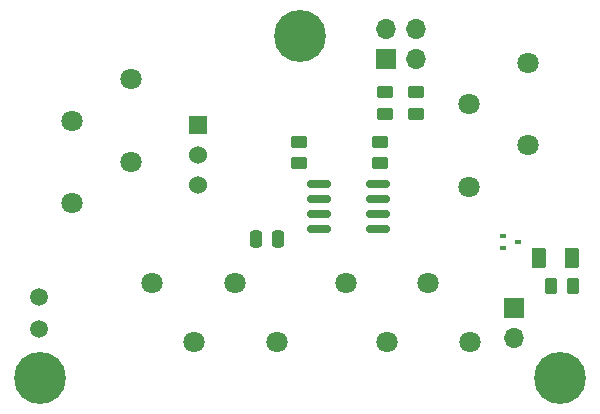
<source format=gbr>
%TF.GenerationSoftware,KiCad,Pcbnew,(6.0.8-1)-1*%
%TF.CreationDate,2022-12-26T00:28:58-06:00*%
%TF.ProjectId,CAN Distribution With Debug,43414e20-4469-4737-9472-69627574696f,rev?*%
%TF.SameCoordinates,Original*%
%TF.FileFunction,Soldermask,Top*%
%TF.FilePolarity,Negative*%
%FSLAX46Y46*%
G04 Gerber Fmt 4.6, Leading zero omitted, Abs format (unit mm)*
G04 Created by KiCad (PCBNEW (6.0.8-1)-1) date 2022-12-26 00:28:58*
%MOMM*%
%LPD*%
G01*
G04 APERTURE LIST*
G04 Aperture macros list*
%AMRoundRect*
0 Rectangle with rounded corners*
0 $1 Rounding radius*
0 $2 $3 $4 $5 $6 $7 $8 $9 X,Y pos of 4 corners*
0 Add a 4 corners polygon primitive as box body*
4,1,4,$2,$3,$4,$5,$6,$7,$8,$9,$2,$3,0*
0 Add four circle primitives for the rounded corners*
1,1,$1+$1,$2,$3*
1,1,$1+$1,$4,$5*
1,1,$1+$1,$6,$7*
1,1,$1+$1,$8,$9*
0 Add four rect primitives between the rounded corners*
20,1,$1+$1,$2,$3,$4,$5,0*
20,1,$1+$1,$4,$5,$6,$7,0*
20,1,$1+$1,$6,$7,$8,$9,0*
20,1,$1+$1,$8,$9,$2,$3,0*%
G04 Aperture macros list end*
%ADD10RoundRect,0.250000X0.250000X0.475000X-0.250000X0.475000X-0.250000X-0.475000X0.250000X-0.475000X0*%
%ADD11RoundRect,0.250000X-0.262500X-0.450000X0.262500X-0.450000X0.262500X0.450000X-0.262500X0.450000X0*%
%ADD12RoundRect,0.250000X0.450000X-0.262500X0.450000X0.262500X-0.450000X0.262500X-0.450000X-0.262500X0*%
%ADD13C,1.800000*%
%ADD14R,1.524000X1.524000*%
%ADD15C,1.524000*%
%ADD16RoundRect,0.250000X-0.450000X0.262500X-0.450000X-0.262500X0.450000X-0.262500X0.450000X0.262500X0*%
%ADD17R,0.510000X0.400000*%
%ADD18C,1.500000*%
%ADD19C,4.400000*%
%ADD20RoundRect,0.150000X-0.825000X-0.150000X0.825000X-0.150000X0.825000X0.150000X-0.825000X0.150000X0*%
%ADD21R,1.700000X1.700000*%
%ADD22O,1.700000X1.700000*%
%ADD23RoundRect,0.250000X-0.375000X-0.625000X0.375000X-0.625000X0.375000X0.625000X-0.375000X0.625000X0*%
G04 APERTURE END LIST*
D10*
%TO.C,C1*%
X117150000Y-105300000D03*
X115250000Y-105300000D03*
%TD*%
D11*
%TO.C,R5*%
X140275000Y-109300000D03*
X142100000Y-109300000D03*
%TD*%
D12*
%TO.C,R1*%
X126200000Y-94712500D03*
X126200000Y-92887500D03*
%TD*%
D13*
%TO.C,X3*%
X122850000Y-109005000D03*
X126350000Y-114005000D03*
X129850000Y-109005000D03*
X133350000Y-114005000D03*
%TD*%
%TO.C,X2*%
X106500000Y-109005000D03*
X110000000Y-114005000D03*
X113500000Y-109005000D03*
X117000000Y-114005000D03*
%TD*%
%TO.C,X1*%
X104700000Y-91800000D03*
X99700000Y-95300000D03*
X104700000Y-98800000D03*
X99700000Y-102300000D03*
%TD*%
D14*
%TO.C,U1*%
X110350000Y-95660000D03*
D15*
X110350000Y-98200000D03*
X110350000Y-100740000D03*
%TD*%
D13*
%TO.C,X4*%
X133300000Y-100900000D03*
X138300000Y-97400000D03*
X133300000Y-93900000D03*
X138300000Y-90400000D03*
%TD*%
D16*
%TO.C,R3*%
X118900000Y-97075000D03*
X118900000Y-98900000D03*
%TD*%
D17*
%TO.C,Q1*%
X136155000Y-105100000D03*
X136155000Y-106100000D03*
X137445000Y-105600000D03*
%TD*%
D16*
%TO.C,R4*%
X125800000Y-97075000D03*
X125800000Y-98900000D03*
%TD*%
D18*
%TO.C,TP1*%
X96900000Y-110200000D03*
%TD*%
D19*
%TO.C,H2*%
X141000000Y-117100000D03*
%TD*%
D20*
%TO.C,U2*%
X120625000Y-100695000D03*
X120625000Y-101965000D03*
X120625000Y-103235000D03*
X120625000Y-104505000D03*
X125575000Y-104505000D03*
X125575000Y-103235000D03*
X125575000Y-101965000D03*
X125575000Y-100695000D03*
%TD*%
D21*
%TO.C,J1*%
X126260000Y-90062500D03*
D22*
X126260000Y-87522500D03*
X128800000Y-90062500D03*
X128800000Y-87522500D03*
%TD*%
D19*
%TO.C,H1*%
X119000000Y-88100000D03*
%TD*%
D12*
%TO.C,R2*%
X128800000Y-94712500D03*
X128800000Y-92887500D03*
%TD*%
D19*
%TO.C,H3*%
X97000000Y-117100000D03*
%TD*%
D18*
%TO.C,TP2*%
X96900000Y-112900000D03*
%TD*%
D21*
%TO.C,J2*%
X137100000Y-111200000D03*
D22*
X137100000Y-113740000D03*
%TD*%
D23*
%TO.C,D1*%
X139200000Y-106900000D03*
X142000000Y-106900000D03*
%TD*%
M02*

</source>
